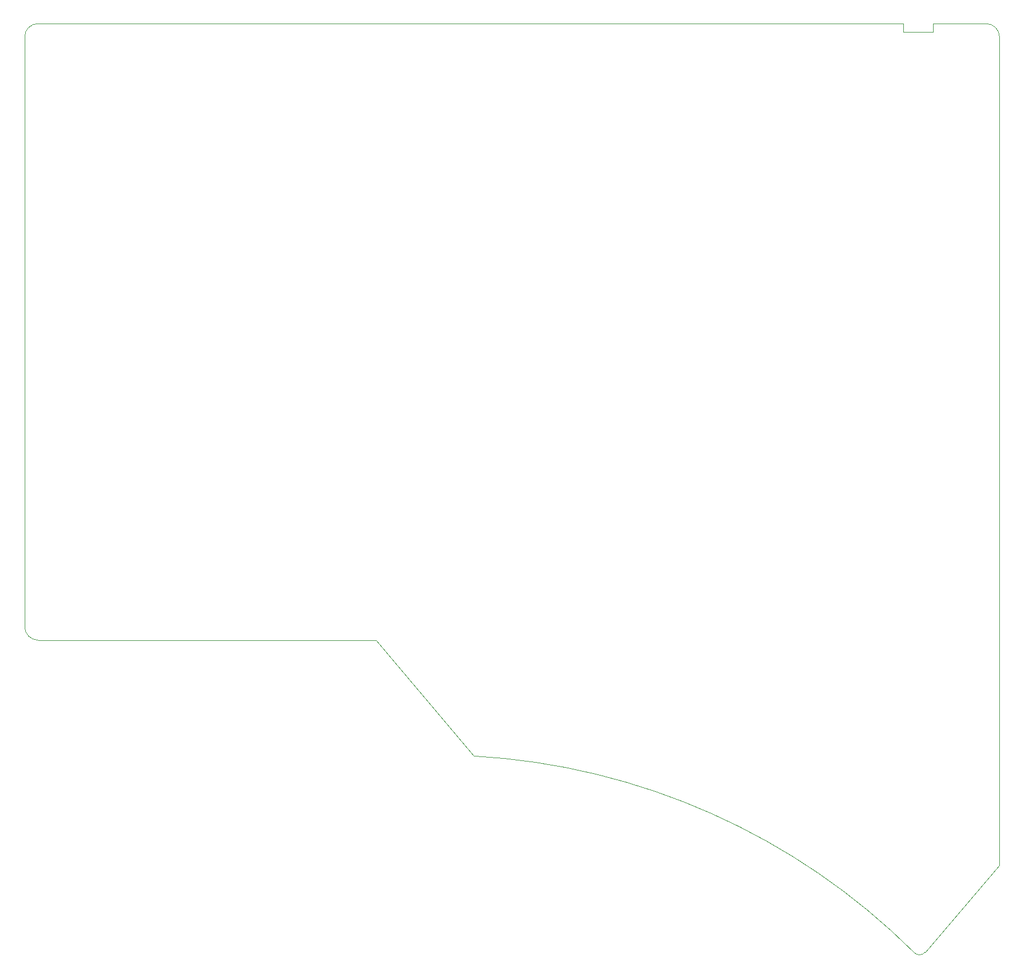
<source format=gbr>
%TF.GenerationSoftware,KiCad,Pcbnew,(6.0.5)*%
%TF.CreationDate,2022-07-25T14:01:39-03:00*%
%TF.ProjectId,bluejay_left,626c7565-6a61-4795-9f6c-6566742e6b69,rev?*%
%TF.SameCoordinates,Original*%
%TF.FileFunction,Profile,NP*%
%FSLAX46Y46*%
G04 Gerber Fmt 4.6, Leading zero omitted, Abs format (unit mm)*
G04 Created by KiCad (PCBNEW (6.0.5)) date 2022-07-25 14:01:39*
%MOMM*%
%LPD*%
G01*
G04 APERTURE LIST*
%TA.AperFunction,Profile*%
%ADD10C,0.100000*%
%TD*%
%TA.AperFunction,Profile*%
%ADD11C,0.010000*%
%TD*%
G04 APERTURE END LIST*
D10*
X60981200Y-70656300D02*
X49781200Y-83726300D01*
X48011200Y-83696300D02*
G75*
G03*
X-18268800Y-54156300I-72005349J-72433634D01*
G01*
X60981200Y54343700D02*
G75*
G03*
X58981200Y56343700I-2006700J-6700D01*
G01*
X60981200Y-70656300D02*
X60981199Y54343700D01*
X-84024489Y56343700D02*
G75*
G03*
X-86024489Y54351450I-22836J-1977090D01*
G01*
X-86025519Y-34636300D02*
G75*
G03*
X-84025520Y-36663017I2020425J-6385D01*
G01*
X-86024489Y54351450D02*
X-86025519Y-34636300D01*
X-84025520Y-36663017D02*
X-33018800Y-36656300D01*
X-33018800Y-36656300D02*
X-18268800Y-54156300D01*
X58981200Y56343700D02*
X57050000Y56400000D01*
X39850000Y56400000D02*
X-84024489Y56343700D01*
X48011185Y-83696311D02*
G75*
G03*
X49781200Y-83726300I896515J664211D01*
G01*
D11*
%TO.C,J1*%
X46450000Y56400000D02*
X39850000Y56400000D01*
X50950000Y56400000D02*
X50950000Y55100000D01*
X57050000Y56400000D02*
X50950000Y56400000D01*
X46450000Y55100000D02*
X46450000Y56400000D01*
X50950000Y55100000D02*
X46450000Y55100000D01*
%TD*%
M02*

</source>
